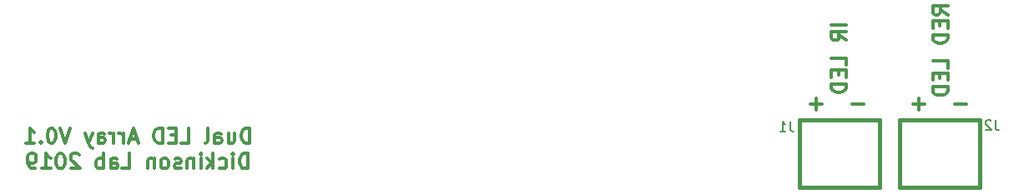
<source format=gbr>
G04 #@! TF.GenerationSoftware,KiCad,Pcbnew,5.1.2-f72e74a~84~ubuntu16.04.1*
G04 #@! TF.CreationDate,2019-10-21T15:23:02-07:00*
G04 #@! TF.ProjectId,dual_led_array,6475616c-5f6c-4656-945f-61727261792e,rev?*
G04 #@! TF.SameCoordinates,Original*
G04 #@! TF.FileFunction,Legend,Bot*
G04 #@! TF.FilePolarity,Positive*
%FSLAX46Y46*%
G04 Gerber Fmt 4.6, Leading zero omitted, Abs format (unit mm)*
G04 Created by KiCad (PCBNEW 5.1.2-f72e74a~84~ubuntu16.04.1) date 2019-10-21 15:23:02*
%MOMM*%
%LPD*%
G04 APERTURE LIST*
%ADD10C,0.304800*%
%ADD11C,0.381000*%
%ADD12C,0.203200*%
G04 APERTURE END LIST*
D10*
X189121142Y-299901428D02*
X189121142Y-298377428D01*
X188758285Y-298377428D01*
X188540571Y-298450000D01*
X188395428Y-298595142D01*
X188322857Y-298740285D01*
X188250285Y-299030571D01*
X188250285Y-299248285D01*
X188322857Y-299538571D01*
X188395428Y-299683714D01*
X188540571Y-299828857D01*
X188758285Y-299901428D01*
X189121142Y-299901428D01*
X186944000Y-298885428D02*
X186944000Y-299901428D01*
X187597142Y-298885428D02*
X187597142Y-299683714D01*
X187524571Y-299828857D01*
X187379428Y-299901428D01*
X187161714Y-299901428D01*
X187016571Y-299828857D01*
X186944000Y-299756285D01*
X185565142Y-299901428D02*
X185565142Y-299103142D01*
X185637714Y-298958000D01*
X185782857Y-298885428D01*
X186073142Y-298885428D01*
X186218285Y-298958000D01*
X185565142Y-299828857D02*
X185710285Y-299901428D01*
X186073142Y-299901428D01*
X186218285Y-299828857D01*
X186290857Y-299683714D01*
X186290857Y-299538571D01*
X186218285Y-299393428D01*
X186073142Y-299320857D01*
X185710285Y-299320857D01*
X185565142Y-299248285D01*
X184621714Y-299901428D02*
X184766857Y-299828857D01*
X184839428Y-299683714D01*
X184839428Y-298377428D01*
X182154285Y-299901428D02*
X182880000Y-299901428D01*
X182880000Y-298377428D01*
X181646285Y-299103142D02*
X181138285Y-299103142D01*
X180920571Y-299901428D02*
X181646285Y-299901428D01*
X181646285Y-298377428D01*
X180920571Y-298377428D01*
X180267428Y-299901428D02*
X180267428Y-298377428D01*
X179904571Y-298377428D01*
X179686857Y-298450000D01*
X179541714Y-298595142D01*
X179469142Y-298740285D01*
X179396571Y-299030571D01*
X179396571Y-299248285D01*
X179469142Y-299538571D01*
X179541714Y-299683714D01*
X179686857Y-299828857D01*
X179904571Y-299901428D01*
X180267428Y-299901428D01*
X177654857Y-299466000D02*
X176929142Y-299466000D01*
X177800000Y-299901428D02*
X177292000Y-298377428D01*
X176784000Y-299901428D01*
X176276000Y-299901428D02*
X176276000Y-298885428D01*
X176276000Y-299175714D02*
X176203428Y-299030571D01*
X176130857Y-298958000D01*
X175985714Y-298885428D01*
X175840571Y-298885428D01*
X175332571Y-299901428D02*
X175332571Y-298885428D01*
X175332571Y-299175714D02*
X175260000Y-299030571D01*
X175187428Y-298958000D01*
X175042285Y-298885428D01*
X174897142Y-298885428D01*
X173736000Y-299901428D02*
X173736000Y-299103142D01*
X173808571Y-298958000D01*
X173953714Y-298885428D01*
X174244000Y-298885428D01*
X174389142Y-298958000D01*
X173736000Y-299828857D02*
X173881142Y-299901428D01*
X174244000Y-299901428D01*
X174389142Y-299828857D01*
X174461714Y-299683714D01*
X174461714Y-299538571D01*
X174389142Y-299393428D01*
X174244000Y-299320857D01*
X173881142Y-299320857D01*
X173736000Y-299248285D01*
X173155428Y-298885428D02*
X172792571Y-299901428D01*
X172429714Y-298885428D02*
X172792571Y-299901428D01*
X172937714Y-300264285D01*
X173010285Y-300336857D01*
X173155428Y-300409428D01*
X170905714Y-298377428D02*
X170397714Y-299901428D01*
X169889714Y-298377428D01*
X169091428Y-298377428D02*
X168946285Y-298377428D01*
X168801142Y-298450000D01*
X168728571Y-298522571D01*
X168656000Y-298667714D01*
X168583428Y-298958000D01*
X168583428Y-299320857D01*
X168656000Y-299611142D01*
X168728571Y-299756285D01*
X168801142Y-299828857D01*
X168946285Y-299901428D01*
X169091428Y-299901428D01*
X169236571Y-299828857D01*
X169309142Y-299756285D01*
X169381714Y-299611142D01*
X169454285Y-299320857D01*
X169454285Y-298958000D01*
X169381714Y-298667714D01*
X169309142Y-298522571D01*
X169236571Y-298450000D01*
X169091428Y-298377428D01*
X167930285Y-299756285D02*
X167857714Y-299828857D01*
X167930285Y-299901428D01*
X168002857Y-299828857D01*
X167930285Y-299756285D01*
X167930285Y-299901428D01*
X166406285Y-299901428D02*
X167277142Y-299901428D01*
X166841714Y-299901428D02*
X166841714Y-298377428D01*
X166986857Y-298595142D01*
X167132000Y-298740285D01*
X167277142Y-298812857D01*
X188939714Y-302492228D02*
X188939714Y-300968228D01*
X188576857Y-300968228D01*
X188359142Y-301040800D01*
X188214000Y-301185942D01*
X188141428Y-301331085D01*
X188068857Y-301621371D01*
X188068857Y-301839085D01*
X188141428Y-302129371D01*
X188214000Y-302274514D01*
X188359142Y-302419657D01*
X188576857Y-302492228D01*
X188939714Y-302492228D01*
X187415714Y-302492228D02*
X187415714Y-301476228D01*
X187415714Y-300968228D02*
X187488285Y-301040800D01*
X187415714Y-301113371D01*
X187343142Y-301040800D01*
X187415714Y-300968228D01*
X187415714Y-301113371D01*
X186036857Y-302419657D02*
X186182000Y-302492228D01*
X186472285Y-302492228D01*
X186617428Y-302419657D01*
X186690000Y-302347085D01*
X186762571Y-302201942D01*
X186762571Y-301766514D01*
X186690000Y-301621371D01*
X186617428Y-301548800D01*
X186472285Y-301476228D01*
X186182000Y-301476228D01*
X186036857Y-301548800D01*
X185383714Y-302492228D02*
X185383714Y-300968228D01*
X185238571Y-301911657D02*
X184803142Y-302492228D01*
X184803142Y-301476228D02*
X185383714Y-302056800D01*
X184150000Y-302492228D02*
X184150000Y-301476228D01*
X184150000Y-300968228D02*
X184222571Y-301040800D01*
X184150000Y-301113371D01*
X184077428Y-301040800D01*
X184150000Y-300968228D01*
X184150000Y-301113371D01*
X183424285Y-301476228D02*
X183424285Y-302492228D01*
X183424285Y-301621371D02*
X183351714Y-301548800D01*
X183206571Y-301476228D01*
X182988857Y-301476228D01*
X182843714Y-301548800D01*
X182771142Y-301693942D01*
X182771142Y-302492228D01*
X182118000Y-302419657D02*
X181972857Y-302492228D01*
X181682571Y-302492228D01*
X181537428Y-302419657D01*
X181464857Y-302274514D01*
X181464857Y-302201942D01*
X181537428Y-302056800D01*
X181682571Y-301984228D01*
X181900285Y-301984228D01*
X182045428Y-301911657D01*
X182118000Y-301766514D01*
X182118000Y-301693942D01*
X182045428Y-301548800D01*
X181900285Y-301476228D01*
X181682571Y-301476228D01*
X181537428Y-301548800D01*
X180594000Y-302492228D02*
X180739142Y-302419657D01*
X180811714Y-302347085D01*
X180884285Y-302201942D01*
X180884285Y-301766514D01*
X180811714Y-301621371D01*
X180739142Y-301548800D01*
X180594000Y-301476228D01*
X180376285Y-301476228D01*
X180231142Y-301548800D01*
X180158571Y-301621371D01*
X180086000Y-301766514D01*
X180086000Y-302201942D01*
X180158571Y-302347085D01*
X180231142Y-302419657D01*
X180376285Y-302492228D01*
X180594000Y-302492228D01*
X179432857Y-301476228D02*
X179432857Y-302492228D01*
X179432857Y-301621371D02*
X179360285Y-301548800D01*
X179215142Y-301476228D01*
X178997428Y-301476228D01*
X178852285Y-301548800D01*
X178779714Y-301693942D01*
X178779714Y-302492228D01*
X176167142Y-302492228D02*
X176892857Y-302492228D01*
X176892857Y-300968228D01*
X175006000Y-302492228D02*
X175006000Y-301693942D01*
X175078571Y-301548800D01*
X175223714Y-301476228D01*
X175514000Y-301476228D01*
X175659142Y-301548800D01*
X175006000Y-302419657D02*
X175151142Y-302492228D01*
X175514000Y-302492228D01*
X175659142Y-302419657D01*
X175731714Y-302274514D01*
X175731714Y-302129371D01*
X175659142Y-301984228D01*
X175514000Y-301911657D01*
X175151142Y-301911657D01*
X175006000Y-301839085D01*
X174280285Y-302492228D02*
X174280285Y-300968228D01*
X174280285Y-301548800D02*
X174135142Y-301476228D01*
X173844857Y-301476228D01*
X173699714Y-301548800D01*
X173627142Y-301621371D01*
X173554571Y-301766514D01*
X173554571Y-302201942D01*
X173627142Y-302347085D01*
X173699714Y-302419657D01*
X173844857Y-302492228D01*
X174135142Y-302492228D01*
X174280285Y-302419657D01*
X171812857Y-301113371D02*
X171740285Y-301040800D01*
X171595142Y-300968228D01*
X171232285Y-300968228D01*
X171087142Y-301040800D01*
X171014571Y-301113371D01*
X170942000Y-301258514D01*
X170942000Y-301403657D01*
X171014571Y-301621371D01*
X171885428Y-302492228D01*
X170942000Y-302492228D01*
X169998571Y-300968228D02*
X169853428Y-300968228D01*
X169708285Y-301040800D01*
X169635714Y-301113371D01*
X169563142Y-301258514D01*
X169490571Y-301548800D01*
X169490571Y-301911657D01*
X169563142Y-302201942D01*
X169635714Y-302347085D01*
X169708285Y-302419657D01*
X169853428Y-302492228D01*
X169998571Y-302492228D01*
X170143714Y-302419657D01*
X170216285Y-302347085D01*
X170288857Y-302201942D01*
X170361428Y-301911657D01*
X170361428Y-301548800D01*
X170288857Y-301258514D01*
X170216285Y-301113371D01*
X170143714Y-301040800D01*
X169998571Y-300968228D01*
X168039142Y-302492228D02*
X168910000Y-302492228D01*
X168474571Y-302492228D02*
X168474571Y-300968228D01*
X168619714Y-301185942D01*
X168764857Y-301331085D01*
X168910000Y-301403657D01*
X167313428Y-302492228D02*
X167023142Y-302492228D01*
X166878000Y-302419657D01*
X166805428Y-302347085D01*
X166660285Y-302129371D01*
X166587714Y-301839085D01*
X166587714Y-301258514D01*
X166660285Y-301113371D01*
X166732857Y-301040800D01*
X166878000Y-300968228D01*
X167168285Y-300968228D01*
X167313428Y-301040800D01*
X167386000Y-301113371D01*
X167458571Y-301258514D01*
X167458571Y-301621371D01*
X167386000Y-301766514D01*
X167313428Y-301839085D01*
X167168285Y-301911657D01*
X166878000Y-301911657D01*
X166732857Y-301839085D01*
X166660285Y-301766514D01*
X166587714Y-301621371D01*
X261815942Y-295942657D02*
X260654800Y-295942657D01*
X257606800Y-295942657D02*
X256445657Y-295942657D01*
X257026228Y-296523228D02*
X257026228Y-295362085D01*
X251376542Y-295942657D02*
X250215400Y-295942657D01*
X247167400Y-295942657D02*
X246006257Y-295942657D01*
X246586828Y-296523228D02*
X246586828Y-295362085D01*
X259921828Y-286845828D02*
X259196114Y-286337828D01*
X259921828Y-285974971D02*
X258397828Y-285974971D01*
X258397828Y-286555542D01*
X258470400Y-286700685D01*
X258542971Y-286773257D01*
X258688114Y-286845828D01*
X258905828Y-286845828D01*
X259050971Y-286773257D01*
X259123542Y-286700685D01*
X259196114Y-286555542D01*
X259196114Y-285974971D01*
X259123542Y-287498971D02*
X259123542Y-288006971D01*
X259921828Y-288224685D02*
X259921828Y-287498971D01*
X258397828Y-287498971D01*
X258397828Y-288224685D01*
X259921828Y-288877828D02*
X258397828Y-288877828D01*
X258397828Y-289240685D01*
X258470400Y-289458400D01*
X258615542Y-289603542D01*
X258760685Y-289676114D01*
X259050971Y-289748685D01*
X259268685Y-289748685D01*
X259558971Y-289676114D01*
X259704114Y-289603542D01*
X259849257Y-289458400D01*
X259921828Y-289240685D01*
X259921828Y-288877828D01*
X259921828Y-292288685D02*
X259921828Y-291562971D01*
X258397828Y-291562971D01*
X259123542Y-292796685D02*
X259123542Y-293304685D01*
X259921828Y-293522400D02*
X259921828Y-292796685D01*
X258397828Y-292796685D01*
X258397828Y-293522400D01*
X259921828Y-294175542D02*
X258397828Y-294175542D01*
X258397828Y-294538400D01*
X258470400Y-294756114D01*
X258615542Y-294901257D01*
X258760685Y-294973828D01*
X259050971Y-295046400D01*
X259268685Y-295046400D01*
X259558971Y-294973828D01*
X259704114Y-294901257D01*
X259849257Y-294756114D01*
X259921828Y-294538400D01*
X259921828Y-294175542D01*
X249634828Y-287850942D02*
X248110828Y-287850942D01*
X249634828Y-289447514D02*
X248909114Y-288939514D01*
X249634828Y-288576657D02*
X248110828Y-288576657D01*
X248110828Y-289157228D01*
X248183400Y-289302371D01*
X248255971Y-289374942D01*
X248401114Y-289447514D01*
X248618828Y-289447514D01*
X248763971Y-289374942D01*
X248836542Y-289302371D01*
X248909114Y-289157228D01*
X248909114Y-288576657D01*
X249634828Y-291987514D02*
X249634828Y-291261800D01*
X248110828Y-291261800D01*
X248836542Y-292495514D02*
X248836542Y-293003514D01*
X249634828Y-293221228D02*
X249634828Y-292495514D01*
X248110828Y-292495514D01*
X248110828Y-293221228D01*
X249634828Y-293874371D02*
X248110828Y-293874371D01*
X248110828Y-294237228D01*
X248183400Y-294454942D01*
X248328542Y-294600085D01*
X248473685Y-294672657D01*
X248763971Y-294745228D01*
X248981685Y-294745228D01*
X249271971Y-294672657D01*
X249417114Y-294600085D01*
X249562257Y-294454942D01*
X249634828Y-294237228D01*
X249634828Y-293874371D01*
D11*
X252984000Y-304419000D02*
X244856000Y-304419000D01*
X252984000Y-297561000D02*
X252984000Y-304419000D01*
X244856000Y-297561000D02*
X252984000Y-297561000D01*
X244856000Y-304419000D02*
X244856000Y-297561000D01*
X263144000Y-304419000D02*
X255016000Y-304419000D01*
X263144000Y-297561000D02*
X263144000Y-304419000D01*
X255016000Y-297561000D02*
X263144000Y-297561000D01*
X255016000Y-304419000D02*
X255016000Y-297561000D01*
D12*
X243924666Y-297690419D02*
X243924666Y-298416133D01*
X243973047Y-298561276D01*
X244069809Y-298658038D01*
X244214952Y-298706419D01*
X244311714Y-298706419D01*
X242908666Y-298706419D02*
X243489238Y-298706419D01*
X243198952Y-298706419D02*
X243198952Y-297690419D01*
X243295714Y-297835561D01*
X243392476Y-297932323D01*
X243489238Y-297980704D01*
X264752666Y-297563419D02*
X264752666Y-298289133D01*
X264801047Y-298434276D01*
X264897809Y-298531038D01*
X265042952Y-298579419D01*
X265139714Y-298579419D01*
X264317238Y-297660180D02*
X264268857Y-297611800D01*
X264172095Y-297563419D01*
X263930190Y-297563419D01*
X263833428Y-297611800D01*
X263785047Y-297660180D01*
X263736666Y-297756942D01*
X263736666Y-297853704D01*
X263785047Y-297998847D01*
X264365619Y-298579419D01*
X263736666Y-298579419D01*
M02*

</source>
